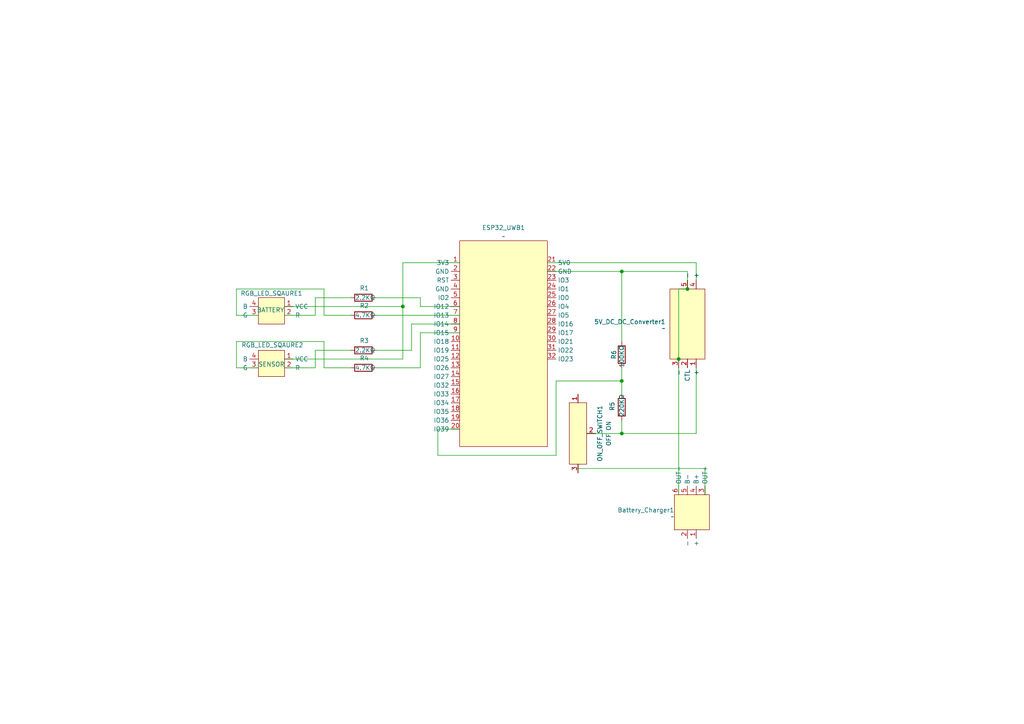
<source format=kicad_sch>
(kicad_sch (version 20250114) (generator "eeschema") (generator_version "9.0")
  (paper "A4")
  (title_block (title "Autocam Tag") (date "2025-03-18") (rev "v0.3"))
  (lib_symbols
    (symbol "Autocam:3_PIN_Switch"
      (property "Reference" "U?" (at -0.254 5.334 0))
      (symbol "3_PIN_Switch_1_1"
        (rectangle (start -8.89 2.54) (end 8.89 -2.54) (fill (type color) (color 255 255 194 1)))
        (pin passive line (at -8.89 0 180) (length 2.54) (name "") (number "1"))
        (pin passive line (at 0 -2.54 270) (length 2.54) (name "") (number "2"))
        (pin passive line (at 8.89 0 0) (length 2.54) (name "") (number "3"))
      )
    )
    (symbol "Autocam:5V_DC_Converter_Rectangle"
      (property "Reference" "U?" (at 0 6.604 0))
      (symbol "5V_DC_Converter_Rectangle_1_1"
        (rectangle (start -10.16 5.08) (end 10.16 -5.08) (fill (type color) (color 255 255 194 1)))
        (pin power_in line (at -10.16 2.54 180) (length 2.54) (name "+") (number "1"))
        (pin input line (at -10.16 0 180) (length 2.54) (name "CTL") (number "2"))
        (pin power_in line (at -10.16 -2.54 180) (length 2.54) (name "-") (number "3"))
        (pin power_out line (at 10.16 2.54 0) (length 2.54) (name "+") (number "4"))
        (pin power_out line (at 10.16 0 0) (length 2.54) (name "-") (number "5"))
      )
    )
    (symbol "Autocam:ANODE_RGB_LED_Sqaure"
      (property "Reference" "U?" (at 0 0 0))
      (symbol "ANODE_RGB_LED_Sqaure_1_1"
        (rectangle (start -3.81 3.81) (end 3.81 -3.81) (fill (type color) (color 255 255 194 1)))
        (pin passive line (at -3.81 1.27 180) (length 2.54) (name "R") (number "2"))
        (pin power_in line (at -3.81 -1.27 180) (length 2.54) (name "VCC") (number "1"))
        (pin passive line (at 3.81 1.27 0) (length 2.54) (name "G") (number "3"))
        (pin passive line (at 3.81 -1.27 0) (length 2.54) (name "B") (number "4"))
      )
    )
    (symbol "Autocam:Makersfab_ESP32_UWB"
      (property "Reference" "U?" (at -0.508 31.75 0))
      (symbol "Makersfab_ESP32_UWB_1_1"
        (rectangle (start -12.7 29.21) (end 12.7 -30.48) (fill (type color) (color 255 255 194 1)))
        (pin power_out line (at -12.7 22.86 180) (length 2.54) (name "3V3") (number "1"))
        (pin power_in line (at -12.7 20.32 180) (length 2.54) (name "GND") (number "2"))
        (pin input line (at -12.7 17.78 180) (length 2.54) (name "RST") (number "3"))
        (pin power_in line (at -12.7 15.24 180) (length 2.54) (name "GND") (number "4"))
        (pin bidirectional line (at -12.7 12.7 180) (length 2.54) (name "IO2") (number "5"))
        (pin bidirectional line (at -12.7 10.16 180) (length 2.54) (name "IO12") (number "6"))
        (pin bidirectional line (at -12.7 7.62 180) (length 2.54) (name "IO13") (number "7"))
        (pin bidirectional line (at -12.7 5.08 180) (length 2.54) (name "IO14") (number "8"))
        (pin bidirectional line (at -12.7 2.54 180) (length 2.54) (name "IO15") (number "9"))
        (pin bidirectional line (at -12.7 0 180) (length 2.54) (name "IO18") (number "10"))
        (pin bidirectional line (at -12.7 -2.54 180) (length 2.54) (name "IO19") (number "11"))
        (pin bidirectional line (at -12.7 -5.08 180) (length 2.54) (name "IO25") (number "12"))
        (pin bidirectional line (at -12.7 -7.62 180) (length 2.54) (name "IO26") (number "13"))
        (pin bidirectional line (at -12.7 -10.16 180) (length 2.54) (name "IO27") (number "14"))
        (pin bidirectional line (at -12.7 -12.7 180) (length 2.54) (name "IO32") (number "15"))
        (pin bidirectional line (at -12.7 -15.24 180) (length 2.54) (name "IO33") (number "16"))
        (pin bidirectional line (at -12.7 -17.78 180) (length 2.54) (name "IO34") (number "17"))
        (pin bidirectional line (at -12.7 -20.32 180) (length 2.54) (name "IO35") (number "18"))
        (pin bidirectional line (at -12.7 -22.86 180) (length 2.54) (name "IO36") (number "19"))
        (pin bidirectional line (at -12.7 -25.4 180) (length 2.54) (name "IO39") (number "20"))
        (pin power_in line (at 12.7 22.86 0) (length 2.54) (name "5V0") (number "21"))
        (pin power_in line (at 12.7 20.32 0) (length 2.54) (name "GND") (number "22"))
        (pin bidirectional line (at 12.7 17.78 0) (length 2.54) (name "IO3") (number "23"))
        (pin bidirectional line (at 12.7 15.24 0) (length 2.54) (name "IO1") (number "24"))
        (pin bidirectional line (at 12.7 12.7 0) (length 2.54) (name "IO0") (number "25"))
        (pin bidirectional line (at 12.7 10.16 0) (length 2.54) (name "IO4") (number "26"))
        (pin bidirectional line (at 12.7 7.62 0) (length 2.54) (name "IO5") (number "27"))
        (pin bidirectional line (at 12.7 5.08 0) (length 2.54) (name "IO16") (number "28"))
        (pin bidirectional line (at 12.7 2.54 0) (length 2.54) (name "IO17") (number "29"))
        (pin bidirectional line (at 12.7 0 0) (length 2.54) (name "IO21") (number "30"))
        (pin bidirectional line (at 12.7 -2.54 0) (length 2.54) (name "IO22") (number "31"))
        (pin bidirectional line (at 12.7 -5.08 0) (length 2.54) (name "IO23") (number "32"))
      )
    )
    (symbol "Autocam:Simple Resistor" (pin_numbers (hide yes)) (pin_names (offset 0))
      (property "Reference" "R" (at 2.032 0 90))
      (property "Value" "Simple Resistor" (at 0 0 90))
      (symbol "Simple Resistor_0_1"
        (rectangle (start -1.016 -2.54) (end 1.016 2.54) (stroke (width 0.254)))
      )
      (symbol "Simple Resistor_1_1"
        (pin passive line (at 0 3.81 270) (length 1.27) (name "~") (number "1"))
        (pin passive line (at 0 -3.81 90) (length 1.27) (name "~") (number "2"))
      )
    )
    (symbol "Autocam:USB-C_3.7V_Lithium_Battery_Charger"
      (property "Reference" "U" (at 0 7.366 0))
      (symbol "USB-C_3.7V_Lithium_Battery_Charger_1_1"
        (rectangle (start -5.08 5.08) (end 5.08 -5.08) (fill (type color) (color 255 255 194 1)))
        (pin input line (at -5.08 1.27 180) (length 2.54) (name "+") (number "1"))
        (pin input line (at -5.08 -1.27 180) (length 2.54) (name "-") (number "2"))
        (pin output line (at 5.08 3.81 0) (length 2.54) (name "OUT+") (number "3"))
        (pin input line (at 5.08 1.27 0) (length 2.54) (name "B+") (number "4"))
        (pin input line (at 5.08 -1.27 0) (length 2.54) (name "B-") (number "5"))
        (pin output line (at 5.08 -3.81 0) (length 2.54) (name "OUT-") (number "6"))
      )
    )
  )
  (junction (at 180.34 125.73))
  (junction (at 180.34 110.49))
  (junction (at 199.39 83.82))
  (junction (at 196.85 104.14))
  (junction (at 180.34 78.74))
  (junction (at 116.84 88.9))
  (wire (pts (xy 161.29 132.08) (xy 161.29 110.49)))
  (wire (pts (xy 116.84 76.2) (xy 116.84 88.9)))
  (wire (pts (xy 180.34 78.74) (xy 180.34 99.06)))
  (wire (pts (xy 93.98 106.68) (xy 101.6 106.68)))
  (wire (pts (xy 91.44 101.6) (xy 101.6 101.6)))
  (wire (pts (xy 204.47 143.51) (xy 204.47 135.89)))
  (wire (pts (xy 82.55 104.14) (xy 116.84 104.14)))
  (wire (pts (xy 127 132.08) (xy 161.29 132.08)))
  (wire (pts (xy 93.98 91.44) (xy 101.6 91.44)))
  (wire (pts (xy 167.64 135.89) (xy 167.64 134.62)))
  (wire (pts (xy 133.35 88.9) (xy 121.92 88.9)))
  (wire (pts (xy 119.38 93.98) (xy 133.35 93.98)))
  (wire (pts (xy 196.85 83.82) (xy 196.85 104.14)))
  (wire (pts (xy 119.38 101.6) (xy 119.38 93.98)))
  (wire (pts (xy 91.44 91.44) (xy 82.55 91.44)))
  (wire (pts (xy 196.85 83.82) (xy 199.39 83.82)))
  (wire (pts (xy 82.55 88.9) (xy 116.84 88.9)))
  (wire (pts (xy 158.75 76.2) (xy 201.93 76.2)))
  (wire (pts (xy 93.98 83.82) (xy 68.58 83.82)))
  (wire (pts (xy 109.22 101.6) (xy 119.38 101.6)))
  (wire (pts (xy 180.34 106.68) (xy 180.34 110.49)))
  (wire (pts (xy 68.58 106.68) (xy 74.93 106.68)))
  (wire (pts (xy 93.98 106.68) (xy 93.98 99.06)))
  (wire (pts (xy 91.44 86.36) (xy 91.44 91.44)))
  (wire (pts (xy 127 132.08) (xy 127 124.46)))
  (wire (pts (xy 158.75 78.74) (xy 180.34 78.74)))
  (wire (pts (xy 127 124.46) (xy 133.35 124.46)))
  (wire (pts (xy 121.92 88.9) (xy 121.92 86.36)))
  (wire (pts (xy 116.84 88.9) (xy 116.84 104.14)))
  (wire (pts (xy 116.84 76.2) (xy 133.35 76.2)))
  (wire (pts (xy 91.44 106.68) (xy 82.55 106.68)))
  (wire (pts (xy 204.47 135.89) (xy 167.64 135.89)))
  (wire (pts (xy 170.18 125.73) (xy 180.34 125.73)))
  (wire (pts (xy 68.58 83.82) (xy 68.58 91.44)))
  (wire (pts (xy 121.92 106.68) (xy 121.92 96.52)))
  (wire (pts (xy 180.34 110.49) (xy 180.34 114.3)))
  (wire (pts (xy 109.22 86.36) (xy 121.92 86.36)))
  (wire (pts (xy 161.29 110.49) (xy 180.34 110.49)))
  (wire (pts (xy 133.35 91.44) (xy 109.22 91.44)))
  (wire (pts (xy 180.34 78.74) (xy 199.39 78.74)))
  (wire (pts (xy 68.58 99.06) (xy 68.58 106.68)))
  (wire (pts (xy 68.58 91.44) (xy 74.93 91.44)))
  (wire (pts (xy 199.39 78.74) (xy 199.39 83.82)))
  (wire (pts (xy 93.98 91.44) (xy 93.98 83.82)))
  (wire (pts (xy 93.98 99.06) (xy 68.58 99.06)))
  (wire (pts (xy 201.93 125.73) (xy 201.93 104.14)))
  (wire (pts (xy 196.85 104.14) (xy 196.85 143.51)))
  (wire (pts (xy 180.34 125.73) (xy 201.93 125.73)))
  (wire (pts (xy 180.34 121.92) (xy 180.34 125.73)))
  (wire (pts (xy 91.44 86.36) (xy 101.6 86.36)))
  (wire (pts (xy 201.93 83.82) (xy 201.93 76.2)))
  (wire (pts (xy 121.92 96.52) (xy 133.35 96.52)))
  (wire (pts (xy 109.22 106.68) (xy 121.92 106.68)))
  (wire (pts (xy 91.44 101.6) (xy 91.44 106.68)))
  (symbol (lib_id "Autocam:Simple Resistor") (at 105.41 106.68 90) (unit 1)
    (property "Reference" "R4" (at 105.664 103.886 90))
    (property "Value" "4.7KΩ" (at 105.918 106.68 90))
    (property "Footprint" "Autocam:Simple Resistor" (effects (hide yes)))
    (property "Description" "Resistor" (effects (hide yes)))
  )
  (symbol (lib_id "Autocam:Simple Resistor") (at 180.34 102.87 0) (unit 1)
    (property "Reference" "R6" (at 178.054 102.87 90))
    (property "Value" "100KΩ" (at 180.34 103.378 90))
    (property "Footprint" "Autocam:Simple Resistor" (effects (hide yes)))
    (property "Description" "Resistor" (effects (hide yes)))
  )
  (symbol (lib_id "Autocam:Simple Resistor") (at 105.41 101.6 90) (unit 1)
    (property "Reference" "R3" (at 105.664 98.806 90))
    (property "Value" "2.2KΩ" (at 105.918 101.6 90))
    (property "Footprint" "Autocam:Simple Resistor" (effects (hide yes)))
    (property "Description" "Resistor" (effects (hide yes)))
  )
  (symbol (lib_id "Autocam:Makersfab_ESP32_UWB") (at 146.05 99.06 0) (unit 1)
    (property "Reference" "ESP32_UWB1" (at 146.05 66.04 0))
    (property "Value" "~" (at 146.05 68.58 0))
    (property "Footprint" "Autocam:Makersfab ESP32 UWB" (effects (hide yes)))
  )
  (symbol (lib_id "Autocam:Simple Resistor") (at 180.34 118.11 180) (unit 1)
    (property "Reference" "R5" (at 177.546 117.856 90))
    (property "Value" "220KΩ" (at 180.34 117.602 90))
    (property "Footprint" "Autocam:Simple Resistor" (effects (hide yes)))
    (property "Description" "Resistor" (effects (hide yes)))
  )
  (symbol (lib_id "Autocam:Simple Resistor") (at 105.41 86.36 90) (unit 1)
    (property "Reference" "R1" (at 105.664 83.566 90))
    (property "Value" "2.2KΩ" (at 105.918 86.36 90))
    (property "Footprint" "Autocam:Simple Resistor" (effects (hide yes)))
    (property "Description" "Resistor" (effects (hide yes)))
  )
  (symbol (lib_id "Autocam:5V_DC_Converter_Rectangle") (at 199.39 93.98 270) (mirror x) (unit 1)
    (property "Reference" "5V_DC_DC_Converter1" (at 193.04 93.3449 90) (effects (justify right)))
    (property "Value" "~" (at 193.04 95.25 90) (effects (justify right)))
    (property "Footprint" "Autocam:5V DC-DC Step Up Converter (Rectangle)" (effects (hide yes)))
  )
  (symbol (lib_id "Autocam:USB-C_3.7V_Lithium_Battery_Charger") (at 200.66 148.59 270) (mirror x) (unit 1)
    (property "Reference" "Battery_Charger1" (at 195.58 147.9549 90) (effects (justify right)))
    (property "Value" "~" (at 195.58 149.86 90) (effects (justify right)))
    (property "Footprint" "Autocam:USB-C 3.7V Lithium Battery Charger" (effects (hide yes)))
  )
  (symbol (lib_id "Autocam:ANODE_RGB_LED_Sqaure") (at 78.74 105.41 180) (unit 1)
    (property "Reference" "RGB_LED_SQAURE2" (at 78.994 100.076 0))
    (property "Value" "SENSOR" (at 78.74 105.664 0))
    (property "Footprint" "Autocam:Anode RGB LED (Square)" (effects (hide yes)))
  )
  (symbol (lib_id "Autocam:Simple Resistor") (at 105.41 91.44 90) (unit 1)
    (property "Reference" "R2" (at 105.664 88.646 90))
    (property "Value" "4.7KΩ" (at 105.918 91.44 90))
    (property "Footprint" "Autocam:Simple Resistor" (effects (hide yes)))
    (property "Description" "Resistor" (effects (hide yes)))
  )
  (symbol (lib_id "Autocam:ANODE_RGB_LED_Sqaure") (at 78.74 90.17 180) (unit 1)
    (property "Reference" "RGB_LED_SQAURE1" (at 78.74 85.09 0))
    (property "Value" "BATTERY" (at 78.486 89.916 0))
    (property "Footprint" "Autocam:Anode RGB LED (Square)" (effects (hide yes)))
  )
  (symbol (lib_id "Autocam:3_PIN_Switch") (at 167.64 125.73 90) (mirror x) (unit 1)
    (property "Reference" "ON_OFF_SWITCH1" (at 173.99 125.73 0))
    (property "Value" "OFF ON" (at 176.53 125.73 0))
    (property "Footprint" "Autocam:3-PIN Switch" (effects (hide yes)))
  )
)
</source>
